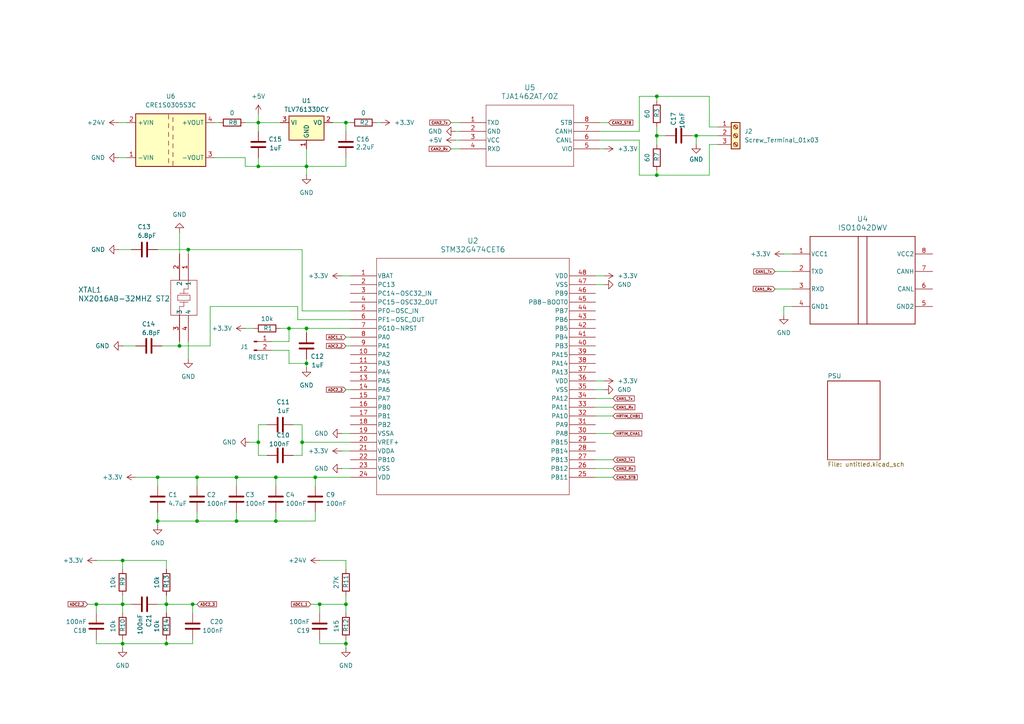
<source format=kicad_sch>
(kicad_sch (version 20231120) (generator "eeschema") (generator_version "8.0")
  (paper "A4")
  (lib_symbols
    (symbol "2025-02-22_17-58-49:STM32G474CET6" (pin_names (offset 0.254))
      (property "Reference" "U" (at 35.56 10.16 0))
      (property "Value" "STM32G474CET6" (at 35.56 7.62 0))
      (symbol "STM32G474CET6_0_1"
        (polyline (pts (xy 7.62 -63.5) (xy 63.5 -63.5)) (stroke (width 0.127)))
        (polyline (pts (xy 7.62 5.08) (xy 7.62 -63.5)) (stroke (width 0.127)))
        (polyline (pts (xy 63.5 -63.5) (xy 63.5 5.08)) (stroke (width 0.127)))
        (polyline (pts (xy 63.5 5.08) (xy 7.62 5.08)) (stroke (width 0.127)))
        (pin power_in line (at 0 0 0) (length 7.62) (name "VBAT") (number "1"))
        (pin bidirectional line (at 0 -22.86 0) (length 7.62) (name "PA2") (number "10"))
        (pin bidirectional line (at 0 -25.4 0) (length 7.62) (name "PA3") (number "11"))
        (pin bidirectional line (at 0 -27.94 0) (length 7.62) (name "PA4") (number "12"))
        (pin bidirectional line (at 0 -30.48 0) (length 7.62) (name "PA5") (number "13"))
        (pin bidirectional line (at 0 -33.02 0) (length 7.62) (name "PA6") (number "14"))
        (pin bidirectional line (at 0 -35.56 0) (length 7.62) (name "PA7") (number "15"))
        (pin bidirectional line (at 0 -38.1 0) (length 7.62) (name "PB0") (number "16"))
        (pin bidirectional line (at 0 -40.64 0) (length 7.62) (name "PB1") (number "17"))
        (pin bidirectional line (at 0 -43.18 0) (length 7.62) (name "PB2") (number "18"))
        (pin power_in line (at 0 -45.72 0) (length 7.62) (name "VSSA") (number "19"))
        (pin bidirectional line (at 0 -2.54 0) (length 7.62) (name "PC13") (number "2"))
        (pin power_in line (at 0 -48.26 0) (length 7.62) (name "VREF+") (number "20"))
        (pin power_in line (at 0 -50.8 0) (length 7.62) (name "VDDA") (number "21"))
        (pin bidirectional line (at 0 -53.34 0) (length 7.62) (name "PB10") (number "22"))
        (pin power_in line (at 0 -55.88 0) (length 7.62) (name "VSS") (number "23"))
        (pin power_in line (at 0 -58.42 0) (length 7.62) (name "VDD") (number "24"))
        (pin bidirectional line (at 71.12 -58.42 180) (length 7.62) (name "PB11") (number "25"))
        (pin bidirectional line (at 71.12 -55.88 180) (length 7.62) (name "PB12") (number "26"))
        (pin bidirectional line (at 71.12 -53.34 180) (length 7.62) (name "PB13") (number "27"))
        (pin bidirectional line (at 71.12 -50.8 180) (length 7.62) (name "PB14") (number "28"))
        (pin bidirectional line (at 71.12 -48.26 180) (length 7.62) (name "PB15") (number "29"))
        (pin bidirectional line (at 0 -5.08 0) (length 7.62) (name "PC14-OSC32_IN") (number "3"))
        (pin bidirectional line (at 71.12 -45.72 180) (length 7.62) (name "PA8") (number "30"))
        (pin bidirectional line (at 71.12 -43.18 180) (length 7.62) (name "PA9") (number "31"))
        (pin bidirectional line (at 71.12 -40.64 180) (length 7.62) (name "PA10") (number "32"))
        (pin bidirectional line (at 71.12 -38.1 180) (length 7.62) (name "PA11") (number "33"))
        (pin bidirectional line (at 71.12 -35.56 180) (length 7.62) (name "PA12") (number "34"))
        (pin power_in line (at 71.12 -33.02 180) (length 7.62) (name "VSS") (number "35"))
        (pin power_in line (at 71.12 -30.48 180) (length 7.62) (name "VDD") (number "36"))
        (pin bidirectional line (at 71.12 -27.94 180) (length 7.62) (name "PA13") (number "37"))
        (pin bidirectional line (at 71.12 -25.4 180) (length 7.62) (name "PA14") (number "38"))
        (pin bidirectional line (at 71.12 -22.86 180) (length 7.62) (name "PA15") (number "39"))
        (pin bidirectional line (at 0 -7.62 0) (length 7.62) (name "PC15-OSC32_OUT") (number "4"))
        (pin bidirectional line (at 71.12 -20.32 180) (length 7.62) (name "PB3") (number "40"))
        (pin bidirectional line (at 71.12 -17.78 180) (length 7.62) (name "PB4") (number "41"))
        (pin bidirectional line (at 71.12 -15.24 180) (length 7.62) (name "PB5") (number "42"))
        (pin bidirectional line (at 71.12 -12.7 180) (length 7.62) (name "PB6") (number "43"))
        (pin bidirectional line (at 71.12 -10.16 180) (length 7.62) (name "PB7") (number "44"))
        (pin bidirectional line (at 71.12 -7.62 180) (length 7.62) (name "PB8-BOOT0") (number "45"))
        (pin bidirectional line (at 71.12 -5.08 180) (length 7.62) (name "PB9") (number "46"))
        (pin power_in line (at 71.12 -2.54 180) (length 7.62) (name "VSS") (number "47"))
        (pin power_in line (at 71.12 0 180) (length 7.62) (name "VDD") (number "48"))
        (pin bidirectional line (at 0 -10.16 0) (length 7.62) (name "PF0-OSC_IN") (number "5"))
        (pin bidirectional line (at 0 -12.7 0) (length 7.62) (name "PF1-OSC_OUT") (number "6"))
        (pin bidirectional line (at 0 -15.24 0) (length 7.62) (name "PG10-NRST") (number "7"))
        (pin bidirectional line (at 0 -17.78 0) (length 7.62) (name "PA0") (number "8"))
        (pin bidirectional line (at 0 -20.32 0) (length 7.62) (name "PA1") (number "9"))
      )
    )
    (symbol "2025-02-22_21-01-33:NX2016AB-32MHZ_ST2" (pin_names (offset 0.254))
      (property "Reference" "XTAL" (at 12.7 7.62 0))
      (property "Value" "NX2016AB-32MHZ ST2" (at 12.7 5.08 0))
      (symbol "NX2016AB-32MHZ_ST2_0_1"
        (polyline (pts (xy 7.62 -5.08) (xy 17.78 -5.08)) (stroke (width 0.127)))
        (polyline (pts (xy 7.62 2.54) (xy 7.62 -5.08)) (stroke (width 0.127)))
        (polyline (pts (xy 10.16 -1.27) (xy 10.16 0)) (stroke (width 0.127)))
        (polyline (pts (xy 10.16 0) (xy 7.62 0)) (stroke (width 0.127)))
        (polyline (pts (xy 11.43 -1.27) (xy 10.16 -1.27)) (stroke (width 0.127)))
        (polyline (pts (xy 11.43 0) (xy 11.43 -2.54)) (stroke (width 0.127)))
        (polyline (pts (xy 11.938 -3.048) (xy 13.462 -3.048)) (stroke (width 0.127)))
        (polyline (pts (xy 11.938 0.508) (xy 11.938 -3.048)) (stroke (width 0.127)))
        (polyline (pts (xy 13.462 -3.048) (xy 13.462 0.508)) (stroke (width 0.127)))
        (polyline (pts (xy 13.462 0.508) (xy 11.938 0.508)) (stroke (width 0.127)))
        (polyline (pts (xy 13.97 -1.27) (xy 15.24 -1.27)) (stroke (width 0.127)))
        (polyline (pts (xy 13.97 0) (xy 13.97 -2.54)) (stroke (width 0.127)))
        (polyline (pts (xy 15.24 -2.54) (xy 17.78 -2.54)) (stroke (width 0.127)))
        (polyline (pts (xy 15.24 -1.27) (xy 15.24 -2.54)) (stroke (width 0.127)))
        (polyline (pts (xy 17.78 -5.08) (xy 17.78 2.54)) (stroke (width 0.127)))
        (polyline (pts (xy 17.78 2.54) (xy 7.62 2.54)) (stroke (width 0.127)))
        (pin unspecified line (at 0 0 0) (length 7.62) (name "1") (number "1"))
        (pin unspecified line (at 0 -2.54 0) (length 7.62) (name "2") (number "2"))
        (pin unspecified line (at 25.4 -2.54 180) (length 7.62) (name "3") (number "3"))
        (pin unspecified line (at 25.4 0 180) (length 7.62) (name "4") (number "4"))
      )
    )
    (symbol "2025-02-23_11-52-39:ISO1042DWV" (pin_names (offset 0.254))
      (property "Reference" "U" (at 0 2.54 0))
      (property "Value" "ISO1042DWV" (at 0 0 0))
      (symbol "ISO1042DWV_0_1"
        (polyline (pts (xy -15.24 -12.7) (xy 15.24 -12.7)) (stroke (width 0.2032)))
        (polyline (pts (xy -15.24 12.7) (xy -15.24 -12.7)) (stroke (width 0.2032)))
        (polyline (pts (xy -1.27 -12.7) (xy -1.27 12.7)) (stroke (width 0.2032)))
        (polyline (pts (xy 1.27 -12.7) (xy 1.27 12.7)) (stroke (width 0.2032)))
        (polyline (pts (xy 15.24 -12.7) (xy 15.24 12.7)) (stroke (width 0.2032)))
        (polyline (pts (xy 15.24 12.7) (xy -15.24 12.7)) (stroke (width 0.2032)))
        (pin power_in line (at -20.32 7.62 0) (length 5.08) (name "VCC1") (number "1"))
        (pin input line (at -20.32 2.54 0) (length 5.08) (name "TXD") (number "2"))
        (pin output line (at -20.32 -2.54 0) (length 5.08) (name "RXD") (number "3"))
        (pin power_in line (at -20.32 -7.62 0) (length 5.08) (name "GND1") (number "4"))
        (pin power_in line (at 20.32 -7.62 180) (length 5.08) (name "GND2") (number "5"))
        (pin bidirectional line (at 20.32 -2.54 180) (length 5.08) (name "CANL") (number "6"))
        (pin bidirectional line (at 20.32 2.54 180) (length 5.08) (name "CANH") (number "7"))
        (pin power_in line (at 20.32 7.62 180) (length 5.08) (name "VCC2") (number "8"))
      )
    )
    (symbol "2025-02-23_12-01-55:TJA1462AT_0Z" (pin_names (offset 0.254))
      (property "Reference" "U" (at 20.32 10.16 0))
      (property "Value" "TJA1462AT/0Z" (at 20.32 7.62 0))
      (symbol "TJA1462AT_0Z_0_1"
        (polyline (pts (xy 7.62 -12.7) (xy 33.02 -12.7)) (stroke (width 0.127)))
        (polyline (pts (xy 7.62 5.08) (xy 7.62 -12.7)) (stroke (width 0.127)))
        (polyline (pts (xy 33.02 -12.7) (xy 33.02 5.08)) (stroke (width 0.127)))
        (polyline (pts (xy 33.02 5.08) (xy 7.62 5.08)) (stroke (width 0.127)))
        (pin input line (at 0 0 0) (length 7.62) (name "TXD") (number "1"))
        (pin power_out line (at 0 -2.54 0) (length 7.62) (name "GND") (number "2"))
        (pin power_in line (at 0 -5.08 0) (length 7.62) (name "VCC") (number "3"))
        (pin output line (at 0 -7.62 0) (length 7.62) (name "RXD") (number "4"))
        (pin power_in line (at 40.64 -7.62 180) (length 7.62) (name "VIO") (number "5"))
        (pin bidirectional line (at 40.64 -5.08 180) (length 7.62) (name "CANL") (number "6"))
        (pin bidirectional line (at 40.64 -2.54 180) (length 7.62) (name "CANH") (number "7"))
        (pin input line (at 40.64 0 180) (length 7.62) (name "STB") (number "8"))
      )
    )
    (symbol "Connector:Conn_01x02_Pin" (pin_names (offset 1.016) hide)
      (property "Reference" "J" (at 0 2.54 0))
      (property "Value" "Conn_01x02_Pin" (at 0 -5.08 0))
      (symbol "Conn_01x02_Pin_1_1"
        (polyline (pts (xy 1.27 -2.54) (xy 0.8636 -2.54)) (stroke (width 0.1524)))
        (polyline (pts (xy 1.27 0) (xy 0.8636 0)) (stroke (width 0.1524)))
        (rectangle (start 0.8636 -2.413) (end 0 -2.667) (stroke (width 0.1524)) (fill (type outline)))
        (rectangle (start 0.8636 0.127) (end 0 -0.127) (stroke (width 0.1524)) (fill (type outline)))
        (pin passive line (at 5.08 0 180) (length 3.81) (name "Pin_1") (number "1"))
        (pin passive line (at 5.08 -2.54 180) (length 3.81) (name "Pin_2") (number "2"))
      )
    )
    (symbol "Connector:Screw_Terminal_01x03" (pin_names (offset 1.016) hide)
      (property "Reference" "J" (at 0 5.08 0))
      (property "Value" "Screw_Terminal_01x03" (at 0 -5.08 0))
      (symbol "Screw_Terminal_01x03_1_1"
        (rectangle (start -1.27 3.81) (end 1.27 -3.81) (stroke (width 0.254)) (fill (type background)))
        (circle (center 0 -2.54) (radius 0.635) (stroke (width 0.1524)))
        (polyline (pts (xy -0.5334 -2.2098) (xy 0.3302 -3.048)) (stroke (width 0.1524)))
        (polyline (pts (xy -0.5334 0.3302) (xy 0.3302 -0.508)) (stroke (width 0.1524)))
        (polyline (pts (xy -0.5334 2.8702) (xy 0.3302 2.032)) (stroke (width 0.1524)))
        (polyline (pts (xy -0.3556 -2.032) (xy 0.508 -2.8702)) (stroke (width 0.1524)))
        (polyline (pts (xy -0.3556 0.508) (xy 0.508 -0.3302)) (stroke (width 0.1524)))
        (polyline (pts (xy -0.3556 3.048) (xy 0.508 2.2098)) (stroke (width 0.1524)))
        (circle (center 0 0) (radius 0.635) (stroke (width 0.1524)))
        (circle (center 0 2.54) (radius 0.635) (stroke (width 0.1524)))
        (pin passive line (at -5.08 2.54 0) (length 3.81) (name "Pin_1") (number "1"))
        (pin passive line (at -5.08 0 0) (length 3.81) (name "Pin_2") (number "2"))
        (pin passive line (at -5.08 -2.54 0) (length 3.81) (name "Pin_3") (number "3"))
      )
    )
    (symbol "Device:C" (pin_numbers hide) (pin_names (offset 0.254))
      (property "Reference" "C" (at 0.635 2.54 0))
      (property "Value" "C" (at 0.635 -2.54 0))
      (symbol "C_0_1"
        (polyline (pts (xy -2.032 -0.762) (xy 2.032 -0.762)) (stroke (width 0.508)))
        (polyline (pts (xy -2.032 0.762) (xy 2.032 0.762)) (stroke (width 0.508)))
      )
      (symbol "C_1_1"
        (pin passive line (at 0 3.81 270) (length 2.794) (name "~") (number "1"))
        (pin passive line (at 0 -3.81 90) (length 2.794) (name "~") (number "2"))
      )
    )
    (symbol "Device:R" (pin_numbers hide) (pin_names (offset 0))
      (property "Reference" "R" (at 2.032 0 90))
      (property "Value" "R" (at 0 0 90))
      (symbol "R_0_1"
        (rectangle (start -1.016 -2.54) (end 1.016 2.54) (stroke (width 0.254)))
      )
      (symbol "R_1_1"
        (pin passive line (at 0 3.81 270) (length 1.27) (name "~") (number "1"))
        (pin passive line (at 0 -3.81 90) (length 1.27) (name "~") (number "2"))
      )
    )
    (symbol "Regulator_Linear:TLV76133DCY"
      (property "Reference" "U" (at -7.62 6.35 0))
      (property "Value" "TLV76133DCY" (at -1.27 6.35 0))
      (symbol "TLV76133DCY_0_1"
        (rectangle (start -5.08 -5.08) (end 5.08 1.905) (stroke (width 0.254)) (fill (type background)))
      )
      (symbol "TLV76133DCY_1_1"
        (pin power_in line (at 0 -7.62 90) (length 2.54) (name "GND") (number "1"))
        (pin power_out line (at 7.62 0 180) (length 2.54) (name "VO") (number "2"))
        (pin power_in line (at -7.62 0 0) (length 2.54) (name "VI") (number "3"))
      )
    )
    (symbol "Regulator_Switching:CRE1S0305S3C"
      (property "Reference" "U" (at -8.89 8.89 0))
      (property "Value" "CRE1S0305S3C" (at 2.54 8.89 0))
      (symbol "CRE1S0305S3C_0_1"
        (rectangle (start -10.16 7.62) (end 10.16 -7.62) (stroke (width 0.254)) (fill (type background)))
        (polyline (pts (xy -0.635 -5.334) (xy -0.635 -6.604)))
        (polyline (pts (xy -0.635 -2.794) (xy -0.635 -4.064)))
        (polyline (pts (xy -0.635 -0.254) (xy -0.635 -1.524)))
        (polyline (pts (xy -0.635 2.286) (xy -0.635 1.016)))
        (polyline (pts (xy -0.635 4.826) (xy -0.635 3.556)))
        (polyline (pts (xy -0.635 7.366) (xy -0.635 6.096)))
        (polyline (pts (xy 0.635 -7.366) (xy 0.635 -6.096)))
        (polyline (pts (xy 0.635 -4.826) (xy 0.635 -3.556)))
        (polyline (pts (xy 0.635 -2.286) (xy 0.635 -1.016)))
        (polyline (pts (xy 0.635 0.254) (xy 0.635 1.524)))
        (polyline (pts (xy 0.635 2.794) (xy 0.635 4.064)))
        (polyline (pts (xy 0.635 5.334) (xy 0.635 6.604)))
      )
      (symbol "CRE1S0305S3C_1_1"
        (pin power_in line (at -12.7 -5.08 0) (length 2.54) (name "-VIN") (number "1"))
        (pin power_in line (at -12.7 5.08 0) (length 2.54) (name "+VIN") (number "2"))
        (pin power_out line (at 12.7 -5.08 180) (length 2.54) (name "-VOUT") (number "3"))
        (pin power_out line (at 12.7 5.08 180) (length 2.54) (name "+VOUT") (number "4"))
      )
    )
    (symbol "power:+24V" (power) (pin_numbers hide) (pin_names (offset 0) hide)
      (property "Value" "+24V" (at 0 3.556 0))
      (symbol "+24V_0_1"
        (polyline (pts (xy -0.762 1.27) (xy 0 2.54)))
        (polyline (pts (xy 0 0) (xy 0 2.54)))
        (polyline (pts (xy 0 2.54) (xy 0.762 1.27)))
      )
      (symbol "+24V_1_1"
        (pin power_in line (at 0 0 90) (length 0) (name "~") (number "1"))
      )
    )
    (symbol "power:+3.3V" (power) (pin_numbers hide) (pin_names (offset 0) hide)
      (property "Value" "+3.3V" (at 0 3.556 0))
      (symbol "+3.3V_0_1"
        (polyline (pts (xy -0.762 1.27) (xy 0 2.54)))
        (polyline (pts (xy 0 0) (xy 0 2.54)))
        (polyline (pts (xy 0 2.54) (xy 0.762 1.27)))
      )
      (symbol "+3.3V_1_1"
        (pin power_in line (at 0 0 90) (length 0) (name "~") (number "1"))
      )
    )
    (symbol "power:+5V" (power) (pin_numbers hide) (pin_names (offset 0) hide)
      (property "Value" "+5V" (at 0 3.556 0))
      (symbol "+5V_0_1"
        (polyline (pts (xy -0.762 1.27) (xy 0 2.54)))
        (polyline (pts (xy 0 0) (xy 0 2.54)))
        (polyline (pts (xy 0 2.54) (xy 0.762 1.27)))
      )
      (symbol "+5V_1_1"
        (pin power_in line (at 0 0 90) (length 0) (name "~") (number "1"))
      )
    )
    (symbol "power:GND" (power) (pin_numbers hide) (pin_names (offset 0) hide)
      (property "Value" "GND" (at 0 -3.81 0))
      (symbol "GND_0_1"
        (polyline (pts (xy 0 0) (xy 0 -1.27) (xy 1.27 -1.27) (xy 0 -2.54) (xy -1.27 -1.27) (xy 0 -1.27)))
      )
      (symbol "GND_1_1"
        (pin power_in line (at 0 0 270) (length 0) (name "~") (number "1"))
      )
    )
  )
  (junction (at 83.82 95.25))
  (junction (at 190.5 27.94))
  (junction (at 91.44 138.43))
  (junction (at 45.72 138.43))
  (junction (at 74.93 48.26))
  (junction (at 55.88 175.26))
  (junction (at 52.07 100.33))
  (junction (at 48.26 186.69))
  (junction (at 35.56 175.26))
  (junction (at 201.93 39.37))
  (junction (at 68.58 138.43))
  (junction (at 80.01 138.43))
  (junction (at 74.93 35.56))
  (junction (at 190.5 50.8))
  (junction (at 27.94 175.26))
  (junction (at 80.01 151.13))
  (junction (at 54.61 72.39))
  (junction (at 68.58 151.13))
  (junction (at 57.15 138.43))
  (junction (at 88.9 48.26))
  (junction (at 48.26 175.26))
  (junction (at 87.63 128.27))
  (junction (at 100.33 35.56))
  (junction (at 57.15 151.13))
  (junction (at 35.56 186.69))
  (junction (at 88.9 95.25))
  (junction (at 100.33 186.69))
  (junction (at 100.33 175.26))
  (junction (at 88.9 105.41))
  (junction (at 35.56 162.56))
  (junction (at 92.71 175.26))
  (junction (at 74.93 128.27))
  (junction (at 190.5 39.37))
  (junction (at 45.72 151.13))
  (wire (pts (xy 57.15 138.43) (xy 57.15 140.97)))
  (wire (pts (xy 100.33 97.79) (xy 101.6 97.79)))
  (wire (pts (xy 172.72 82.55) (xy 175.26 82.55)))
  (wire (pts (xy 86.36 92.71) (xy 86.36 88.9)))
  (wire (pts (xy 224.79 83.82) (xy 229.87 83.82)))
  (wire (pts (xy 35.56 162.56) (xy 35.56 165.1)))
  (wire (pts (xy 224.79 78.74) (xy 229.87 78.74)))
  (wire (pts (xy 78.74 99.06) (xy 83.82 99.06)))
  (wire (pts (xy 227.33 73.66) (xy 229.87 73.66)))
  (wire (pts (xy 88.9 48.26) (xy 88.9 50.8)))
  (wire (pts (xy 45.72 175.26) (xy 48.26 175.26)))
  (wire (pts (xy 55.88 175.26) (xy 57.15 175.26)))
  (wire (pts (xy 83.82 105.41) (xy 88.9 105.41)))
  (wire (pts (xy 46.99 100.33) (xy 52.07 100.33)))
  (wire (pts (xy 80.01 138.43) (xy 80.01 140.97)))
  (wire (pts (xy 48.26 175.26) (xy 55.88 175.26)))
  (wire (pts (xy 92.71 186.69) (xy 100.33 186.69)))
  (wire (pts (xy 74.93 48.26) (xy 88.9 48.26)))
  (wire (pts (xy 185.42 50.8) (xy 190.5 50.8)))
  (wire (pts (xy 193.04 39.37) (xy 190.5 39.37)))
  (wire (pts (xy 130.81 35.56) (xy 133.35 35.56)))
  (wire (pts (xy 92.71 162.56) (xy 100.33 162.56)))
  (wire (pts (xy 172.72 133.35) (xy 177.8 133.35)))
  (wire (pts (xy 190.5 39.37) (xy 190.5 41.91)))
  (wire (pts (xy 80.01 148.59) (xy 80.01 151.13)))
  (wire (pts (xy 48.26 186.69) (xy 35.56 186.69)))
  (wire (pts (xy 173.99 43.18) (xy 175.26 43.18)))
  (wire (pts (xy 99.06 80.01) (xy 101.6 80.01)))
  (wire (pts (xy 99.06 130.81) (xy 101.6 130.81)))
  (wire (pts (xy 91.44 148.59) (xy 91.44 151.13)))
  (wire (pts (xy 45.72 148.59) (xy 45.72 151.13)))
  (wire (pts (xy 172.72 120.65) (xy 177.8 120.65)))
  (wire (pts (xy 45.72 72.39) (xy 54.61 72.39)))
  (wire (pts (xy 27.94 185.42) (xy 27.94 186.69)))
  (wire (pts (xy 80.01 138.43) (xy 91.44 138.43)))
  (wire (pts (xy 88.9 43.18) (xy 88.9 48.26)))
  (wire (pts (xy 201.93 39.37) (xy 200.66 39.37)))
  (wire (pts (xy 87.63 72.39) (xy 87.63 90.17)))
  (wire (pts (xy 172.72 80.01) (xy 175.26 80.01)))
  (wire (pts (xy 88.9 96.52) (xy 88.9 95.25)))
  (wire (pts (xy 74.93 35.56) (xy 74.93 38.1)))
  (wire (pts (xy 48.26 185.42) (xy 48.26 186.69)))
  (wire (pts (xy 71.12 48.26) (xy 74.93 48.26)))
  (wire (pts (xy 74.93 128.27) (xy 74.93 132.08)))
  (wire (pts (xy 62.23 35.56) (xy 63.5 35.56)))
  (wire (pts (xy 185.42 27.94) (xy 190.5 27.94)))
  (wire (pts (xy 101.6 92.71) (xy 86.36 92.71)))
  (wire (pts (xy 87.63 90.17) (xy 101.6 90.17)))
  (wire (pts (xy 27.94 162.56) (xy 35.56 162.56)))
  (wire (pts (xy 35.56 186.69) (xy 35.56 187.96)))
  (wire (pts (xy 100.33 113.03) (xy 101.6 113.03)))
  (wire (pts (xy 80.01 151.13) (xy 68.58 151.13)))
  (wire (pts (xy 74.93 33.02) (xy 74.93 35.56)))
  (wire (pts (xy 55.88 175.26) (xy 55.88 177.8)))
  (wire (pts (xy 45.72 138.43) (xy 45.72 140.97)))
  (wire (pts (xy 172.72 118.11) (xy 177.8 118.11)))
  (wire (pts (xy 132.08 38.1) (xy 133.35 38.1)))
  (wire (pts (xy 201.93 39.37) (xy 201.93 41.91)))
  (wire (pts (xy 185.42 40.64) (xy 185.42 50.8)))
  (wire (pts (xy 90.17 175.26) (xy 92.71 175.26)))
  (wire (pts (xy 54.61 72.39) (xy 87.63 72.39)))
  (wire (pts (xy 35.56 172.72) (xy 35.56 175.26)))
  (wire (pts (xy 99.06 125.73) (xy 101.6 125.73)))
  (wire (pts (xy 35.56 175.26) (xy 38.1 175.26)))
  (wire (pts (xy 190.5 39.37) (xy 190.5 36.83)))
  (wire (pts (xy 190.5 50.8) (xy 190.5 49.53)))
  (wire (pts (xy 190.5 27.94) (xy 190.5 29.21)))
  (wire (pts (xy 71.12 95.25) (xy 73.66 95.25)))
  (wire (pts (xy 60.96 88.9) (xy 60.96 100.33)))
  (wire (pts (xy 172.72 138.43) (xy 177.8 138.43)))
  (wire (pts (xy 48.26 172.72) (xy 48.26 175.26)))
  (wire (pts (xy 54.61 99.06) (xy 54.61 104.14)))
  (wire (pts (xy 86.36 88.9) (xy 60.96 88.9)))
  (wire (pts (xy 83.82 99.06) (xy 83.82 95.25)))
  (wire (pts (xy 205.74 27.94) (xy 190.5 27.94)))
  (wire (pts (xy 27.94 175.26) (xy 35.56 175.26)))
  (wire (pts (xy 35.56 100.33) (xy 39.37 100.33)))
  (wire (pts (xy 71.12 35.56) (xy 74.93 35.56)))
  (wire (pts (xy 48.26 175.26) (xy 48.26 177.8)))
  (wire (pts (xy 109.22 35.56) (xy 110.49 35.56)))
  (wire (pts (xy 205.74 50.8) (xy 190.5 50.8)))
  (wire (pts (xy 205.74 36.83) (xy 205.74 27.94)))
  (wire (pts (xy 81.28 35.56) (xy 74.93 35.56)))
  (wire (pts (xy 45.72 138.43) (xy 57.15 138.43)))
  (wire (pts (xy 99.06 135.89) (xy 101.6 135.89)))
  (wire (pts (xy 201.93 39.37) (xy 208.28 39.37)))
  (wire (pts (xy 72.39 128.27) (xy 74.93 128.27)))
  (wire (pts (xy 77.47 123.19) (xy 74.93 123.19)))
  (wire (pts (xy 172.72 135.89) (xy 177.8 135.89)))
  (wire (pts (xy 100.33 185.42) (xy 100.33 186.69)))
  (wire (pts (xy 48.26 165.1) (xy 48.26 162.56)))
  (wire (pts (xy 101.6 128.27) (xy 87.63 128.27)))
  (wire (pts (xy 173.99 35.56) (xy 176.53 35.56)))
  (wire (pts (xy 34.29 72.39) (xy 38.1 72.39)))
  (wire (pts (xy 100.33 162.56) (xy 100.33 165.1)))
  (wire (pts (xy 54.61 72.39) (xy 54.61 73.66)))
  (wire (pts (xy 55.88 185.42) (xy 55.88 186.69)))
  (wire (pts (xy 34.29 35.56) (xy 36.83 35.56)))
  (wire (pts (xy 74.93 123.19) (xy 74.93 128.27)))
  (wire (pts (xy 52.07 100.33) (xy 60.96 100.33)))
  (wire (pts (xy 78.74 101.6) (xy 83.82 101.6)))
  (wire (pts (xy 88.9 104.14) (xy 88.9 105.41)))
  (wire (pts (xy 208.28 36.83) (xy 205.74 36.83)))
  (wire (pts (xy 130.81 43.18) (xy 133.35 43.18)))
  (wire (pts (xy 100.33 35.56) (xy 100.33 38.1)))
  (wire (pts (xy 52.07 67.31) (xy 52.07 73.66)))
  (wire (pts (xy 68.58 138.43) (xy 80.01 138.43)))
  (wire (pts (xy 173.99 38.1) (xy 185.42 38.1)))
  (wire (pts (xy 100.33 186.69) (xy 100.33 187.96)))
  (wire (pts (xy 39.37 138.43) (xy 45.72 138.43)))
  (wire (pts (xy 92.71 185.42) (xy 92.71 186.69)))
  (wire (pts (xy 68.58 138.43) (xy 68.58 140.97)))
  (wire (pts (xy 83.82 101.6) (xy 83.82 105.41)))
  (wire (pts (xy 172.72 113.03) (xy 175.26 113.03)))
  (wire (pts (xy 57.15 148.59) (xy 57.15 151.13)))
  (wire (pts (xy 25.4 175.26) (xy 27.94 175.26)))
  (wire (pts (xy 85.09 123.19) (xy 87.63 123.19)))
  (wire (pts (xy 172.72 115.57) (xy 177.8 115.57)))
  (wire (pts (xy 229.87 88.9) (xy 227.33 88.9)))
  (wire (pts (xy 35.56 162.56) (xy 48.26 162.56)))
  (wire (pts (xy 100.33 45.72) (xy 100.33 48.26)))
  (wire (pts (xy 100.33 172.72) (xy 100.33 175.26)))
  (wire (pts (xy 208.28 41.91) (xy 205.74 41.91)))
  (wire (pts (xy 96.52 35.56) (xy 100.33 35.56)))
  (wire (pts (xy 172.72 110.49) (xy 175.26 110.49)))
  (wire (pts (xy 57.15 138.43) (xy 68.58 138.43)))
  (wire (pts (xy 88.9 95.25) (xy 101.6 95.25)))
  (wire (pts (xy 27.94 177.8) (xy 27.94 175.26)))
  (wire (pts (xy 68.58 148.59) (xy 68.58 151.13)))
  (wire (pts (xy 92.71 175.26) (xy 100.33 175.26)))
  (wire (pts (xy 172.72 125.73) (xy 177.8 125.73)))
  (wire (pts (xy 100.33 35.56) (xy 101.6 35.56)))
  (wire (pts (xy 100.33 175.26) (xy 100.33 177.8)))
  (wire (pts (xy 68.58 151.13) (xy 57.15 151.13)))
  (wire (pts (xy 35.56 185.42) (xy 35.56 186.69)))
  (wire (pts (xy 88.9 48.26) (xy 100.33 48.26)))
  (wire (pts (xy 87.63 132.08) (xy 87.63 128.27)))
  (wire (pts (xy 34.29 45.72) (xy 36.83 45.72)))
  (wire (pts (xy 87.63 128.27) (xy 87.63 123.19)))
  (wire (pts (xy 91.44 138.43) (xy 101.6 138.43)))
  (wire (pts (xy 80.01 151.13) (xy 91.44 151.13)))
  (wire (pts (xy 35.56 175.26) (xy 35.56 177.8)))
  (wire (pts (xy 88.9 105.41) (xy 88.9 106.68)))
  (wire (pts (xy 185.42 38.1) (xy 185.42 27.94)))
  (wire (pts (xy 62.23 45.72) (xy 71.12 45.72)))
  (wire (pts (xy 74.93 45.72) (xy 74.93 48.26)))
  (wire (pts (xy 91.44 138.43) (xy 91.44 140.97)))
  (wire (pts (xy 227.33 88.9) (xy 227.33 91.44)))
  (wire (pts (xy 27.94 186.69) (xy 35.56 186.69)))
  (wire (pts (xy 132.08 40.64) (xy 133.35 40.64)))
  (wire (pts (xy 71.12 45.72) (xy 71.12 48.26)))
  (wire (pts (xy 81.28 95.25) (xy 83.82 95.25)))
  (wire (pts (xy 55.88 186.69) (xy 48.26 186.69)))
  (wire (pts (xy 83.82 95.25) (xy 88.9 95.25)))
  (wire (pts (xy 74.93 132.08) (xy 77.47 132.08)))
  (wire (pts (xy 85.09 132.08) (xy 87.63 132.08)))
  (wire (pts (xy 205.74 41.91) (xy 205.74 50.8)))
  (wire (pts (xy 52.07 99.06) (xy 52.07 100.33)))
  (wire (pts (xy 92.71 177.8) (xy 92.71 175.26)))
  (wire (pts (xy 100.33 100.33) (xy 101.6 100.33)))
  (wire (pts (xy 45.72 151.13) (xy 45.72 152.4)))
  (wire (pts (xy 45.72 151.13) (xy 57.15 151.13)))
  (wire (pts (xy 173.99 40.64) (xy 185.42 40.64)))
  (global_label "CAN2_Rx" (shape input) (at 177.8 135.89 0) (effects (font (size 0.762 0.762))) (property "Intersheetrefs" "${INTERSHEET_REFS}" (effects (hide yes))))
  (global_label "CAN1_Rx" (shape input) (at 177.8 118.11 0) (effects (font (size 0.762 0.762))) (property "Intersheetrefs" "${INTERSHEET_REFS}" (effects (hide yes))))
  (global_label "CAN1_Rx" (shape input) (at 224.79 83.82 180) (effects (font (size 0.762 0.762))) (property "Intersheetrefs" "${INTERSHEET_REFS}" (effects (hide yes))))
  (global_label "CAN1_Tx" (shape input) (at 224.79 78.74 180) (effects (font (size 0.762 0.762))) (property "Intersheetrefs" "${INTERSHEET_REFS}" (effects (hide yes))))
  (global_label "ADC1_1" (shape input) (at 90.17 175.26 180) (effects (font (size 0.762 0.762))) (property "Intersheetrefs" "${INTERSHEET_REFS}" (effects (hide yes))))
  (global_label "HRTIM_CHA1" (shape input) (at 177.8 125.73 0) (effects (font (size 0.762 0.762))) (property "Intersheetrefs" "${INTERSHEET_REFS}" (effects (hide yes))))
  (global_label "CAN2_Rx" (shape input) (at 130.81 43.18 180) (effects (font (size 0.762 0.762))) (property "Intersheetrefs" "${INTERSHEET_REFS}" (effects (hide yes))))
  (global_label "ADC2_3" (shape input) (at 100.33 113.03 180) (effects (font (size 0.762 0.762))) (property "Intersheetrefs" "${INTERSHEET_REFS}" (effects (hide yes))))
  (global_label "ADC1_1" (shape input) (at 100.33 97.79 180) (effects (font (size 0.762 0.762))) (property "Intersheetrefs" "${INTERSHEET_REFS}" (effects (hide yes))))
  (global_label "ADC2_3" (shape input) (at 57.15 175.26 0) (effects (font (size 0.762 0.762))) (property "Intersheetrefs" "${INTERSHEET_REFS}" (effects (hide yes))))
  (global_label "HRTIM_CHB1" (shape input) (at 177.8 120.65 0) (effects (font (size 0.762 0.762))) (property "Intersheetrefs" "${INTERSHEET_REFS}" (effects (hide yes))))
  (global_label "ADC2_2" (shape input) (at 25.4 175.26 180) (effects (font (size 0.762 0.762))) (property "Intersheetrefs" "${INTERSHEET_REFS}" (effects (hide yes))))
  (global_label "CAN2_STB" (shape input) (at 177.8 138.43 0) (effects (font (size 0.762 0.762))) (property "Intersheetrefs" "${INTERSHEET_REFS}" (effects (hide yes))))
  (global_label "CAN1_Tx" (shape input) (at 177.8 115.57 0) (effects (font (size 0.762 0.762))) (property "Intersheetrefs" "${INTERSHEET_REFS}" (effects (hide yes))))
  (global_label "ADC2_2" (shape input) (at 100.33 100.33 180) (effects (font (size 0.762 0.762))) (property "Intersheetrefs" "${INTERSHEET_REFS}" (effects (hide yes))))
  (global_label "CAN2_Tx" (shape input) (at 130.81 35.56 180) (effects (font (size 0.762 0.762))) (property "Intersheetrefs" "${INTERSHEET_REFS}" (effects (hide yes))))
  (global_label "CAN2_STB" (shape input) (at 176.53 35.56 0) (effects (font (size 0.762 0.762))) (property "Intersheetrefs" "${INTERSHEET_REFS}" (effects (hide yes))))
  (global_label "CAN2_Tx" (shape input) (at 177.8 133.35 0) (effects (font (size 0.762 0.762))) (property "Intersheetrefs" "${INTERSHEET_REFS}" (effects (hide yes))))
  (symbol (lib_id "Regulator_Linear:TLV76133DCY") (at 88.9 35.56 0) (unit 1)
    (property "Reference" "U1" (at 88.9 29.21 0))
    (property "Value" "TLV76133DCY" (at 88.9 31.75 0))
    (property "Footprint" "Package_TO_SOT_SMD:TO-252-3_TabPin2" (effects (hide yes)))
    (property "Datasheet" "https://www.ti.com/lit/ds/symlink/tlv761.pdf" (effects (hide yes)))
    (property "Description" "3.3V, 1A, Low Noise, High-PSRR LDO Regulator, 2.5V...16V input, SOT-223" (effects (hide yes)))
  )
  (symbol (lib_id "power:GND") (at 201.93 41.91 0) (unit 1)
    (property "Reference" "#PWR028" (effects (hide yes)))
    (property "Value" "GND" (at 201.93 46.228 0))
    (property "Description" "Power symbol creates a global label with name \"GND\" , ground" (effects (hide yes)))
  )
  (symbol (lib_id "Device:C") (at 74.93 41.91 180) (unit 1)
    (property "Reference" "C15" (at 81.788 40.386 0) (effects (justify left)))
    (property "Value" "1uF" (at 81.788 42.926 0) (effects (justify left)))
    (property "Footprint" "Capacitor_SMD:C_0805_2012Metric_Pad1.18x1.45mm_HandSolder" (effects (hide yes)))
    (property "Description" "Unpolarized capacitor" (effects (hide yes)))
  )
  (symbol (lib_id "Device:C") (at 81.28 123.19 90) (unit 1)
    (property "Reference" "C11" (at 84.074 116.586 90) (effects (justify left)))
    (property "Value" "1uF" (at 84.074 119.126 90) (effects (justify left)))
    (property "Footprint" "Capacitor_SMD:C_0805_2012Metric_Pad1.18x1.45mm_HandSolder" (effects (hide yes)))
    (property "Description" "Unpolarized capacitor" (effects (hide yes)))
  )
  (symbol (lib_id "Device:R") (at 100.33 181.61 180) (unit 1)
    (property "Reference" "R12" (at 100.33 181.356 90))
    (property "Value" "1k5" (at 97.536 181.61 90))
    (property "Footprint" "Resistor_SMD:R_0805_2012Metric_Pad1.20x1.40mm_HandSolder" (effects (hide yes)))
    (property "Description" "Resistor" (effects (hide yes)))
  )
  (symbol (lib_id "power:GND") (at 100.33 187.96 0) (unit 1)
    (property "Reference" "#PWR034" (effects (hide yes)))
    (property "Value" "GND" (at 100.33 193.04 0))
    (property "Description" "Power symbol creates a global label with name \"GND\" , ground" (effects (hide yes)))
  )
  (symbol (lib_id "Device:C") (at 68.58 144.78 0) (unit 1)
    (property "Reference" "C3" (at 71.12 143.51 0) (effects (justify left)))
    (property "Value" "100nF" (at 71.12 146.05 0) (effects (justify left)))
    (property "Footprint" "Capacitor_SMD:C_0805_2012Metric_Pad1.18x1.45mm_HandSolder" (effects (hide yes)))
    (property "Description" "Unpolarized capacitor" (effects (hide yes)))
  )
  (symbol (lib_id "power:+3.3V") (at 39.37 138.43 90) (unit 1)
    (property "Reference" "#PWR02" (effects (hide yes)))
    (property "Value" "+3.3V" (at 35.56 138.4299 90) (effects (justify left)))
    (property "Description" "Power symbol creates a global label with name \"+3.3V\"" (effects (hide yes)))
  )
  (symbol (lib_id "Connector:Conn_01x02_Pin") (at 73.66 99.06 0) (unit 1)
    (property "Reference" "J1" (at 70.866 100.584 0))
    (property "Value" "RESET" (at 74.93 103.632 0))
    (property "Footprint" "Connector_PinHeader_2.54mm:PinHeader_1x02_P2.54mm_Vertical" (effects (hide yes)))
    (property "Description" "Generic connector, single row, 01x02, script generated" (effects (hide yes)))
  )
  (symbol (lib_id "power:+3.3V") (at 99.06 130.81 90) (unit 1)
    (property "Reference" "#PWR07" (effects (hide yes)))
    (property "Value" "+3.3V" (at 95.25 130.8099 90) (effects (justify left)))
    (property "Description" "Power symbol creates a global label with name \"+3.3V\"" (effects (hide yes)))
  )
  (symbol (lib_id "Device:R") (at 105.41 35.56 90) (unit 1)
    (property "Reference" "R2" (at 105.664 35.56 90))
    (property "Value" "0" (at 105.41 32.766 90))
    (property "Footprint" "Resistor_SMD:R_0805_2012Metric_Pad1.20x1.40mm_HandSolder" (effects (hide yes)))
    (property "Description" "Resistor" (effects (hide yes)))
  )
  (symbol (lib_id "Device:R") (at 77.47 95.25 90) (unit 1)
    (property "Reference" "R1" (at 77.724 95.25 90))
    (property "Value" "10k" (at 77.47 92.456 90))
    (property "Footprint" "Resistor_SMD:R_0805_2012Metric_Pad1.20x1.40mm_HandSolder" (effects (hide yes)))
    (property "Description" "Resistor" (effects (hide yes)))
  )
  (symbol (lib_id "power:GND") (at 99.06 125.73 270) (unit 1)
    (property "Reference" "#PWR08" (effects (hide yes)))
    (property "Value" "GND" (at 95.25 125.7299 90) (effects (justify right)))
    (property "Description" "Power symbol creates a global label with name \"GND\" , ground" (effects (hide yes)))
  )
  (symbol (lib_id "Device:C") (at 91.44 144.78 0) (unit 1)
    (property "Reference" "C9" (at 94.488 143.51 0) (effects (justify left)))
    (property "Value" "100nF" (at 94.488 146.05 0) (effects (justify left)))
    (property "Footprint" "Capacitor_SMD:C_0805_2012Metric_Pad1.18x1.45mm_HandSolder" (effects (hide yes)))
    (property "Description" "Unpolarized capacitor" (effects (hide yes)))
  )
  (symbol (lib_id "Device:C") (at 88.9 100.33 180) (unit 1)
    (property "Reference" "C12" (at 93.98 103.378 0) (effects (justify left)))
    (property "Value" "1uF" (at 93.98 105.918 0) (effects (justify left)))
    (property "Footprint" "Capacitor_SMD:C_0805_2012Metric_Pad1.18x1.45mm_HandSolder" (effects (hide yes)))
    (property "Description" "Unpolarized capacitor" (effects (hide yes)))
  )
  (symbol (lib_id "power:GND") (at 35.56 100.33 270) (unit 1)
    (property "Reference" "#PWR019" (effects (hide yes)))
    (property "Value" "GND" (at 31.75 100.3299 90) (effects (justify right)))
    (property "Description" "Power symbol creates a global label with name \"GND\" , ground" (effects (hide yes)))
  )
  (symbol (lib_id "Device:R") (at 48.26 168.91 180) (unit 1)
    (property "Reference" "R13" (at 48.26 168.656 90))
    (property "Value" "10k" (at 45.466 168.91 90))
    (property "Footprint" "Resistor_SMD:R_0805_2012Metric_Pad1.20x1.40mm_HandSolder" (effects (hide yes)))
    (property "Description" "Resistor" (effects (hide yes)))
  )
  (symbol (lib_id "2025-02-23_11-52-39:ISO1042DWV") (at 250.19 81.28 0) (unit 1)
    (property "Reference" "U4" (at 250.19 63.5 0) (effects (font (size 1.524 1.524))))
    (property "Value" "ISO1042DWV" (at 250.19 66.04 0) (effects (font (size 1.524 1.524))))
    (property "Footprint" "DWV0008A" (effects (hide yes)))
    (property "Datasheet" "ISO1042DWV" (effects (hide yes)))
  )
  (symbol (lib_id "Device:C") (at 55.88 181.61 180) (unit 1)
    (property "Reference" "C20" (at 64.77 180.34 0) (effects (justify left)))
    (property "Value" "100nF" (at 64.77 182.88 0) (effects (justify left)))
    (property "Footprint" "Capacitor_SMD:C_0805_2012Metric_Pad1.18x1.45mm_HandSolder" (effects (hide yes)))
    (property "Description" "Unpolarized capacitor" (effects (hide yes)))
  )
  (symbol (lib_id "Device:C") (at 81.28 132.08 90) (unit 1)
    (property "Reference" "C10" (at 84.074 126.238 90) (effects (justify left)))
    (property "Value" "100nF" (at 84.074 128.778 90) (effects (justify left)))
    (property "Footprint" "Capacitor_SMD:C_0805_2012Metric_Pad1.18x1.45mm_HandSolder" (effects (hide yes)))
    (property "Description" "Unpolarized capacitor" (effects (hide yes)))
  )
  (symbol (lib_id "power:+5V") (at 74.93 33.02 0) (unit 1)
    (property "Reference" "#PWR024" (effects (hide yes)))
    (property "Value" "+5V" (at 74.93 27.94 0))
    (property "Description" "Power symbol creates a global label with name \"+5V\"" (effects (hide yes)))
  )
  (symbol (lib_id "power:+3.3V") (at 175.26 80.01 270) (unit 1)
    (property "Reference" "#PWR05" (effects (hide yes)))
    (property "Value" "+3.3V" (at 179.07 80.0099 90) (effects (justify left)))
    (property "Description" "Power symbol creates a global label with name \"+3.3V\"" (effects (hide yes)))
  )
  (symbol (lib_id "power:+3.3V") (at 175.26 43.18 270) (unit 1)
    (property "Reference" "#PWR027" (effects (hide yes)))
    (property "Value" "+3.3V" (at 179.07 43.1799 90) (effects (justify left)))
    (property "Description" "Power symbol creates a global label with name \"+3.3V\"" (effects (hide yes)))
  )
  (symbol (lib_id "Device:C") (at 100.33 41.91 180) (unit 1)
    (property "Reference" "C16" (at 107.188 40.386 0) (effects (justify left)))
    (property "Value" "2.2uF" (at 108.712 42.672 0) (effects (justify left)))
    (property "Footprint" "Capacitor_SMD:C_0805_2012Metric_Pad1.18x1.45mm_HandSolder" (effects (hide yes)))
    (property "Description" "Unpolarized capacitor" (effects (hide yes)))
  )
  (symbol (lib_id "power:+3.3V") (at 110.49 35.56 270) (unit 1)
    (property "Reference" "#PWR021" (effects (hide yes)))
    (property "Value" "+3.3V" (at 114.3 35.5599 90) (effects (justify left)))
    (property "Description" "Power symbol creates a global label with name \"+3.3V\"" (effects (hide yes)))
  )
  (symbol (lib_id "Device:R") (at 100.33 168.91 180) (unit 1)
    (property "Reference" "R11" (at 100.33 168.656 90))
    (property "Value" "27K" (at 97.536 168.91 90))
    (property "Footprint" "Resistor_SMD:R_0805_2012Metric_Pad1.20x1.40mm_HandSolder" (effects (hide yes)))
    (property "Description" "Resistor" (effects (hide yes)))
  )
  (symbol (lib_id "Device:R") (at 48.26 181.61 180) (unit 1)
    (property "Reference" "R14" (at 48.26 181.356 90))
    (property "Value" "10k" (at 45.466 181.61 90))
    (property "Footprint" "Resistor_THT:R_Axial_DIN0204_L3.6mm_D1.6mm_P2.54mm_Vertical" (effects (hide yes)))
    (property "Description" "Resistor" (effects (hide yes)))
  )
  (symbol (lib_id "Regulator_Switching:CRE1S0305S3C") (at 49.53 40.64 0) (unit 1)
    (property "Reference" "U6" (at 49.53 27.94 0))
    (property "Value" "CRE1S0305S3C" (at 49.53 30.48 0))
    (property "Footprint" "Converter_DCDC:Converter_DCDC_Murata_CRE1xxxxxx3C_THT" (effects (hide yes)))
    (property "Datasheet" "http://power.murata.com/datasheet?/data/power/ncl/kdc_cre1.pdf" (effects (hide yes)))
    (property "Description" "3.3V to 5V 200mA, Isolated 2W Single-Output DC-DC Converter Modules with 3kV isolation, SIP-4" (effects (hide yes)))
  )
  (symbol (lib_id "Device:C") (at 45.72 144.78 0) (unit 1)
    (property "Reference" "C1" (at 48.768 143.51 0) (effects (justify left)))
    (property "Value" "4.7uF" (at 48.768 146.05 0) (effects (justify left)))
    (property "Footprint" "Capacitor_SMD:C_0805_2012Metric_Pad1.18x1.45mm_HandSolder" (effects (hide yes)))
    (property "Description" "Unpolarized capacitor" (effects (hide yes)))
  )
  (symbol (lib_id "power:+24V") (at 34.29 35.56 90) (unit 1)
    (property "Reference" "#PWR030" (effects (hide yes)))
    (property "Value" "+24V" (at 30.48 35.5599 90) (effects (justify left)))
    (property "Description" "Power symbol creates a global label with name \"+24V\"" (effects (hide yes)))
  )
  (symbol (lib_id "Device:C") (at 27.94 181.61 180) (unit 1)
    (property "Reference" "C18" (at 25.146 182.88 0) (effects (justify left)))
    (property "Value" "100nF" (at 25.146 180.34 0) (effects (justify left)))
    (property "Footprint" "Capacitor_SMD:C_0805_2012Metric_Pad1.18x1.45mm_HandSolder" (effects (hide yes)))
    (property "Description" "Unpolarized capacitor" (effects (hide yes)))
  )
  (symbol (lib_id "power:GND") (at 132.08 38.1 270) (unit 1)
    (property "Reference" "#PWR026" (effects (hide yes)))
    (property "Value" "GND" (at 128.27 38.0999 90) (effects (justify right)))
    (property "Description" "Power symbol creates a global label with name \"GND\" , ground" (effects (hide yes)))
  )
  (symbol (lib_id "Device:R") (at 190.5 33.02 180) (unit 1)
    (property "Reference" "R3" (at 190.5 32.766 90))
    (property "Value" "60" (at 187.706 33.02 90))
    (property "Footprint" "Resistor_SMD:R_0805_2012Metric_Pad1.20x1.40mm_HandSolder" (effects (hide yes)))
    (property "Description" "Resistor" (effects (hide yes)))
  )
  (symbol (lib_id "Device:C") (at 43.18 100.33 270) (unit 1)
    (property "Reference" "C14" (at 41.148 93.98 90) (effects (justify left)))
    (property "Value" "6.8pF" (at 41.148 96.52 90) (effects (justify left)))
    (property "Footprint" "Capacitor_SMD:C_0805_2012Metric_Pad1.18x1.45mm_HandSolder" (effects (hide yes)))
    (property "Description" "Unpolarized capacitor" (effects (hide yes)))
  )
  (symbol (lib_id "power:+3.3V") (at 92.71 162.56 90) (unit 1)
    (property "Reference" "#PWR033" (effects (hide yes)))
    (property "Value" "+24V" (at 88.9 162.5599 90) (effects (justify left)))
    (property "Description" "Power symbol creates a global label with name \"+3.3V\"" (effects (hide yes)))
  )
  (symbol (lib_id "power:GND") (at 88.9 106.68 0) (unit 1)
    (property "Reference" "#PWR014" (effects (hide yes)))
    (property "Value" "GND" (at 88.9 111.76 0))
    (property "Description" "Power symbol creates a global label with name \"GND\" , ground" (effects (hide yes)))
  )
  (symbol (lib_id "power:GND") (at 227.33 91.44 0) (unit 1)
    (property "Reference" "#PWR022" (effects (hide yes)))
    (property "Value" "GND" (at 227.33 96.52 0))
    (property "Description" "Power symbol creates a global label with name \"GND\" , ground" (effects (hide yes)))
  )
  (symbol (lib_id "power:+3.3V") (at 27.94 162.56 90) (unit 1)
    (property "Reference" "#PWR031" (effects (hide yes)))
    (property "Value" "+3.3V" (at 24.13 162.5599 90) (effects (justify left)))
    (property "Description" "Power symbol creates a global label with name \"+3.3V\"" (effects (hide yes)))
  )
  (symbol (lib_id "Device:R") (at 190.5 45.72 180) (unit 1)
    (property "Reference" "R7" (at 190.5 45.466 90))
    (property "Value" "60" (at 187.706 45.72 90))
    (property "Footprint" "Resistor_SMD:R_0805_2012Metric_Pad1.20x1.40mm_HandSolder" (effects (hide yes)))
    (property "Description" "Resistor" (effects (hide yes)))
  )
  (symbol (lib_id "Connector:Screw_Terminal_01x03") (at 213.36 39.37 0) (unit 1)
    (property "Reference" "J2" (at 215.9 38.0999 0) (effects (justify left)))
    (property "Value" "Screw_Terminal_01x03" (at 215.9 40.6399 0) (effects (justify left)))
    (property "Footprint" "TerminalBlock_TE-Connectivity:TerminalBlock_TE_282834-3_1x03_P2.54mm_Horizontal" (effects (hide yes)))
    (property "Description" "Generic screw terminal, single row, 01x03, script generated (kicad-library-utils/schlib/autogen/connector/)" (effects (hide yes)))
  )
  (symbol (lib_id "Device:C") (at 196.85 39.37 270) (unit 1)
    (property "Reference" "C17" (at 195.326 32.512 0) (effects (justify left)))
    (property "Value" "10nF" (at 197.866 32.512 0) (effects (justify left)))
    (property "Footprint" "Capacitor_SMD:C_0805_2012Metric_Pad1.18x1.45mm_HandSolder" (effects (hide yes)))
    (property "Description" "Unpolarized capacitor" (effects (hide yes)))
  )
  (symbol (lib_id "power:+3.3V") (at 175.26 110.49 270) (unit 1)
    (property "Reference" "#PWR06" (effects (hide yes)))
    (property "Value" "+3.3V" (at 179.07 110.4899 90) (effects (justify left)))
    (property "Description" "Power symbol creates a global label with name \"+3.3V\"" (effects (hide yes)))
  )
  (symbol (lib_id "power:+3.3V") (at 227.33 73.66 90) (unit 1)
    (property "Reference" "#PWR023" (effects (hide yes)))
    (property "Value" "+3.3V" (at 223.52 73.6599 90) (effects (justify left)))
    (property "Description" "Power symbol creates a global label with name \"+3.3V\"" (effects (hide yes)))
  )
  (symbol (lib_id "2025-02-22_21-01-33:NX2016AB-32MHZ_ST2") (at 54.61 73.66 270) (unit 1)
    (property "Reference" "XTAL1" (at 22.606 84.074 90) (effects (font (size 1.524 1.524)) (justify left)))
    (property "Value" "NX2016AB-32MHZ ST2" (at 22.606 86.614 90) (effects (font (size 1.524 1.524)) (justify left)))
    (property "Footprint" "NX2016AB_NDK" (effects (hide yes)))
    (property "Datasheet" "NX2016AB-32MHZ ST2" (effects (hide yes)))
  )
  (symbol (lib_id "power:GND") (at 52.07 67.31 180) (unit 1)
    (property "Reference" "#PWR017" (effects (hide yes)))
    (property "Value" "GND" (at 52.07 62.23 0))
    (property "Description" "Power symbol creates a global label with name \"GND\" , ground" (effects (hide yes)))
  )
  (symbol (lib_id "Device:C") (at 57.15 144.78 0) (unit 1)
    (property "Reference" "C2" (at 59.944 143.51 0) (effects (justify left)))
    (property "Value" "100nF" (at 59.944 146.05 0) (effects (justify left)))
    (property "Footprint" "Capacitor_SMD:C_0805_2012Metric_Pad1.18x1.45mm_HandSolder" (effects (hide yes)))
    (property "Description" "Unpolarized capacitor" (effects (hide yes)))
  )
  (symbol (lib_id "power:GND") (at 72.39 128.27 270) (unit 1)
    (property "Reference" "#PWR013" (effects (hide yes)))
    (property "Value" "GND" (at 68.58 128.2699 90) (effects (justify right)))
    (property "Description" "Power symbol creates a global label with name \"GND\" , ground" (effects (hide yes)))
  )
  (symbol (lib_id "power:GND") (at 34.29 45.72 270) (unit 1)
    (property "Reference" "#PWR029" (effects (hide yes)))
    (property "Value" "GND" (at 30.48 45.7199 90) (effects (justify right)))
    (property "Description" "Power symbol creates a global label with name \"GND\" , ground" (effects (hide yes)))
  )
  (symbol (lib_id "Device:R") (at 67.31 35.56 90) (unit 1)
    (property "Reference" "R8" (at 67.564 35.56 90))
    (property "Value" "0" (at 67.31 32.766 90))
    (property "Footprint" "Resistor_SMD:R_0805_2012Metric_Pad1.20x1.40mm_HandSolder" (effects (hide yes)))
    (property "Description" "Resistor" (effects (hide yes)))
  )
  (symbol (lib_id "2025-02-22_17-58-49:STM32G474CET6") (at 101.6 80.01 0) (unit 1)
    (property "Reference" "U2" (at 137.16 69.85 0) (effects (font (size 1.524 1.524))))
    (property "Value" "STM32G474CET6" (at 137.16 72.39 0) (effects (font (size 1.524 1.524))))
    (property "Footprint" "LQFP48-7x7mm" (effects (hide yes)))
    (property "Datasheet" "STM32G474CET6" (effects (hide yes)))
  )
  (symbol (lib_id "power:GND") (at 175.26 113.03 90) (unit 1)
    (property "Reference" "#PWR011" (effects (hide yes)))
    (property "Value" "GND" (at 179.07 113.0299 90) (effects (justify right)))
    (property "Description" "Power symbol creates a global label with name \"GND\" , ground" (effects (hide yes)))
  )
  (symbol (lib_id "Device:C") (at 80.01 144.78 0) (unit 1)
    (property "Reference" "C4" (at 82.804 143.51 0) (effects (justify left)))
    (property "Value" "100nF" (at 82.804 146.05 0) (effects (justify left)))
    (property "Footprint" "Capacitor_SMD:C_0805_2012Metric_Pad1.18x1.45mm_HandSolder" (effects (hide yes)))
    (property "Description" "Unpolarized capacitor" (effects (hide yes)))
  )
  (symbol (lib_id "Device:C") (at 41.91 72.39 270) (unit 1)
    (property "Reference" "C13" (at 39.878 65.786 90) (effects (justify left)))
    (property "Value" "6.8pF" (at 39.878 68.326 90) (effects (justify left)))
    (property "Footprint" "Capacitor_SMD:C_0805_2012Metric_Pad1.18x1.45mm_HandSolder" (effects (hide yes)))
    (property "Description" "Unpolarized capacitor" (effects (hide yes)))
  )
  (symbol (lib_id "Device:R") (at 35.56 168.91 180) (unit 1)
    (property "Reference" "R9" (at 35.56 168.656 90))
    (property "Value" "10k" (at 32.766 168.91 90))
    (property "Footprint" "Resistor_SMD:R_0805_2012Metric_Pad1.20x1.40mm_HandSolder" (effects (hide yes)))
    (property "Description" "Resistor" (effects (hide yes)))
  )
  (symbol (lib_id "power:GND") (at 35.56 187.96 0) (unit 1)
    (property "Reference" "#PWR032" (effects (hide yes)))
    (property "Value" "GND" (at 35.56 193.04 0))
    (property "Description" "Power symbol creates a global label with name \"GND\" , ground" (effects (hide yes)))
  )
  (symbol (lib_id "power:GND") (at 175.26 82.55 90) (unit 1)
    (property "Reference" "#PWR010" (effects (hide yes)))
    (property "Value" "GND" (at 179.07 82.5499 90) (effects (justify right)))
    (property "Description" "Power symbol creates a global label with name \"GND\" , ground" (effects (hide yes)))
  )
  (symbol (lib_id "Device:C") (at 41.91 175.26 270) (unit 1)
    (property "Reference" "C21" (at 43.18 178.054 0) (effects (justify left)))
    (property "Value" "100nF" (at 40.64 178.054 0) (effects (justify left)))
    (property "Footprint" "Capacitor_SMD:C_0805_2012Metric_Pad1.18x1.45mm_HandSolder" (effects (hide yes)))
    (property "Description" "Unpolarized capacitor" (effects (hide yes)))
  )
  (symbol (lib_id "Device:C") (at 92.71 181.61 180) (unit 1)
    (property "Reference" "C19" (at 89.916 182.88 0) (effects (justify left)))
    (property "Value" "100nF" (at 89.916 180.34 0) (effects (justify left)))
    (property "Footprint" "Capacitor_SMD:C_0805_2012Metric_Pad1.18x1.45mm_HandSolder" (effects (hide yes)))
    (property "Description" "Unpolarized capacitor" (effects (hide yes)))
  )
  (symbol (lib_id "Device:R") (at 35.56 181.61 180) (unit 1)
    (property "Reference" "R10" (at 35.56 181.356 90))
    (property "Value" "10k" (at 32.766 181.61 90))
    (property "Footprint" "Resistor_SMD:R_0805_2012Metric_Pad1.20x1.40mm_HandSolder" (effects (hide yes)))
    (property "Description" "Resistor" (effects (hide yes)))
  )
  (symbol (lib_id "power:+3.3V") (at 71.12 95.25 90) (unit 1)
    (property "Reference" "#PWR015" (effects (hide yes)))
    (property "Value" "+3.3V" (at 67.31 95.2499 90) (effects (justify left)))
    (property "Description" "Power symbol creates a global label with name \"+3.3V\"" (effects (hide yes)))
  )
  (symbol (lib_id "power:GND") (at 54.61 104.14 0) (unit 1)
    (property "Reference" "#PWR016" (effects (hide yes)))
    (property "Value" "GND" (at 54.61 109.22 0))
    (property "Description" "Power symbol creates a global label with name \"GND\" , ground" (effects (hide yes)))
  )
  (symbol (lib_id "power:GND") (at 99.06 135.89 270) (unit 1)
    (property "Reference" "#PWR09" (effects (hide yes)))
    (property "Value" "GND" (at 95.25 135.8899 90) (effects (justify right)))
    (property "Description" "Power symbol creates a global label with name \"GND\" , ground" (effects (hide yes)))
  )
  (symbol (lib_id "power:+3.3V") (at 99.06 80.01 90) (unit 1)
    (property "Reference" "#PWR01" (effects (hide yes)))
    (property "Value" "+3.3V" (at 95.25 80.0099 90) (effects (justify left)))
    (property "Description" "Power symbol creates a global label with name \"+3.3V\"" (effects (hide yes)))
  )
  (symbol (lib_id "power:GND") (at 34.29 72.39 270) (unit 1)
    (property "Reference" "#PWR018" (effects (hide yes)))
    (property "Value" "GND" (at 30.48 72.3899 90) (effects (justify right)))
    (property "Description" "Power symbol creates a global label with name \"GND\" , ground" (effects (hide yes)))
  )
  (symbol (lib_id "2025-02-23_12-01-55:TJA1462AT_0Z") (at 133.35 35.56 0) (unit 1)
    (property "Reference" "U5" (at 153.67 25.4 0) (effects (font (size 1.524 1.524))))
    (property "Value" "TJA1462AT/0Z" (at 153.67 27.94 0) (effects (font (size 1.524 1.524))))
    (property "Footprint" "SO8_SOT96-1_NXP" (effects (hide yes)))
    (property "Datasheet" "TJA1462AT/0Z" (effects (hide yes)))
  )
  (symbol (lib_id "power:GND") (at 45.72 152.4 0) (unit 1)
    (property "Reference" "#PWR012" (effects (hide yes)))
    (property "Value" "GND" (at 45.72 157.48 0))
    (property "Description" "Power symbol creates a global label with name \"GND\" , ground" (effects (hide yes)))
  )
  (symbol (lib_id "power:+5V") (at 132.08 40.64 90) (unit 1)
    (property "Reference" "#PWR025" (effects (hide yes)))
    (property "Value" "+5V" (at 128.27 40.6399 90) (effects (justify left)))
    (property "Description" "Power symbol creates a global label with name \"+5V\"" (effects (hide yes)))
  )
  (symbol (lib_id "power:GND") (at 88.9 50.8 0) (unit 1)
    (property "Reference" "#PWR020" (effects (hide yes)))
    (property "Value" "GND" (at 88.9 55.88 0))
    (property "Description" "Power symbol creates a global label with name \"GND\" , ground" (effects (hide yes)))
  )
  (sheet (at 240.03 110.49) (size 15.24 22.86) (stroke (width 0.1524))
    (property "Sheetname" "PSU" (at 240.03 109.7784 0) (effects (justify left bottom)))
    (property "Sheetfile" "untitled.kicad_sch" (at 240.03 133.9346 0) (effects (justify left top)))
  )
)
</source>
